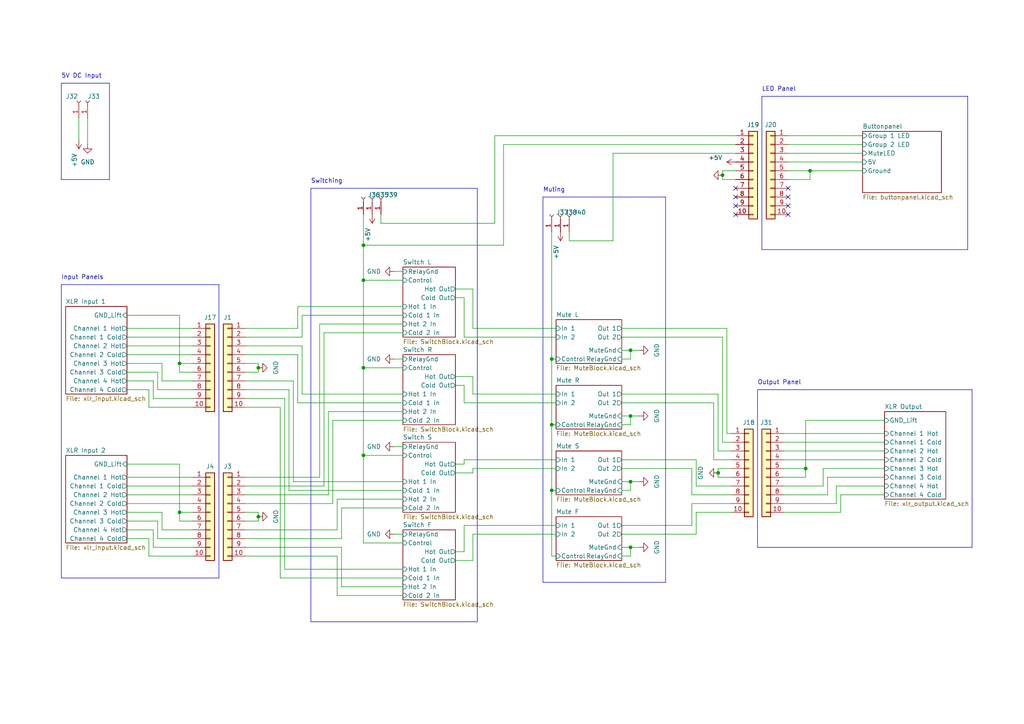
<source format=kicad_sch>
(kicad_sch (version 20230121) (generator eeschema)
  (paper "A4")
  (title_block (title "Essigfabrik 2-Way PA Switcher") (date "2023-11-21") (rev "1") (company "Daniel Machnik Sounddesign und Tontechnik"))
  (lib_symbols
    (symbol "Connector:Conn_01x01_Socket" (pin_names (offset 1.016) hide)
      (property "Reference" "J" (at 0 2.54 0))
      (property "Value" "Conn_01x01_Socket" (at 0 -2.54 0))
      (symbol "Conn_01x01_Socket_1_1"
        (polyline (pts (xy -1.27 0) (xy -0.508 0)) (stroke (width 0.1524)))
        (arc (start 0 0.508) (mid -0.5058 0) (end 0 -0.508) (stroke (width 0.1524)))
        (pin passive line (at -5.08 0 0) (length 3.81) (name "Pin_1") (number "1"))
      )
    )
    (symbol "Connector_Generic:Conn_01x10" (pin_names (offset 1.016) hide)
      (property "Reference" "J" (at 0 12.7 0))
      (property "Value" "Conn_01x10" (at 0 -15.24 0))
      (symbol "Conn_01x10_1_1"
        (rectangle (start -1.27 -12.573) (end 0 -12.827) (stroke (width 0.1524)))
        (rectangle (start -1.27 -10.033) (end 0 -10.287) (stroke (width 0.1524)))
        (rectangle (start -1.27 -7.493) (end 0 -7.747) (stroke (width 0.1524)))
        (rectangle (start -1.27 -4.953) (end 0 -5.207) (stroke (width 0.1524)))
        (rectangle (start -1.27 -2.413) (end 0 -2.667) (stroke (width 0.1524)))
        (rectangle (start -1.27 0.127) (end 0 -0.127) (stroke (width 0.1524)))
        (rectangle (start -1.27 2.667) (end 0 2.413) (stroke (width 0.1524)))
        (rectangle (start -1.27 5.207) (end 0 4.953) (stroke (width 0.1524)))
        (rectangle (start -1.27 7.747) (end 0 7.493) (stroke (width 0.1524)))
        (rectangle (start -1.27 10.287) (end 0 10.033) (stroke (width 0.1524)))
        (rectangle (start -1.27 11.43) (end 1.27 -13.97) (stroke (width 0.254)) (fill (type background)))
        (pin passive line (at -5.08 10.16 0) (length 3.81) (name "Pin_1") (number "1"))
        (pin passive line (at -5.08 -12.7 0) (length 3.81) (name "Pin_10") (number "10"))
        (pin passive line (at -5.08 7.62 0) (length 3.81) (name "Pin_2") (number "2"))
        (pin passive line (at -5.08 5.08 0) (length 3.81) (name "Pin_3") (number "3"))
        (pin passive line (at -5.08 2.54 0) (length 3.81) (name "Pin_4") (number "4"))
        (pin passive line (at -5.08 0 0) (length 3.81) (name "Pin_5") (number "5"))
        (pin passive line (at -5.08 -2.54 0) (length 3.81) (name "Pin_6") (number "6"))
        (pin passive line (at -5.08 -5.08 0) (length 3.81) (name "Pin_7") (number "7"))
        (pin passive line (at -5.08 -7.62 0) (length 3.81) (name "Pin_8") (number "8"))
        (pin passive line (at -5.08 -10.16 0) (length 3.81) (name "Pin_9") (number "9"))
      )
    )
    (symbol "power:+5V" (power) (pin_names (offset 0))
      (property "Value" "+5V" (at 0 3.556 0))
      (symbol "+5V_0_1"
        (polyline (pts (xy -0.762 1.27) (xy 0 2.54)))
        (polyline (pts (xy 0 0) (xy 0 2.54)))
        (polyline (pts (xy 0 2.54) (xy 0.762 1.27)))
      )
      (symbol "+5V_1_1"
        (pin power_in line (at 0 0 90) (length 0) hide (name "+5V") (number "1"))
      )
    )
    (symbol "power:GND" (power) (pin_names (offset 0))
      (property "Value" "GND" (at 0 -3.81 0))
      (symbol "GND_0_1"
        (polyline (pts (xy 0 0) (xy 0 -1.27) (xy 1.27 -1.27) (xy 0 -2.54) (xy -1.27 -1.27) (xy 0 -1.27)))
      )
      (symbol "GND_1_1"
        (pin power_in line (at 0 0 270) (length 0) hide (name "GND") (number "1"))
      )
    )
  )
  (junction (at 209.55 50.8))
  (junction (at 182.88 101.6))
  (junction (at 105.41 81.28))
  (junction (at 105.41 132.08))
  (junction (at 74.93 106.68))
  (junction (at 234.95 49.53))
  (junction (at 105.41 106.68))
  (junction (at 182.88 158.75))
  (junction (at 160.02 123.19))
  (junction (at 160.02 142.24))
  (junction (at 52.07 105.41))
  (junction (at 182.88 139.7))
  (junction (at 233.68 135.89))
  (junction (at 52.07 148.59))
  (junction (at 74.93 149.86))
  (junction (at 160.02 104.14))
  (junction (at 208.28 137.16))
  (junction (at 105.41 71.12))
  (junction (at 182.88 120.65))
  (no_connect (at 228.6 54.61))
  (no_connect (at 213.36 57.15))
  (no_connect (at 228.6 62.23))
  (no_connect (at 228.6 57.15))
  (no_connect (at 228.6 59.69))
  (no_connect (at 213.36 54.61))
  (no_connect (at 213.36 59.69))
  (no_connect (at 213.36 62.23))
  (wire (pts (xy 81.28 118.11) (xy 81.28 167.64)))
  (wire (pts (xy 208.28 137.16) (xy 208.28 135.89)))
  (wire (pts (xy 36.83 100.33) (xy 55.88 100.33)))
  (wire (pts (xy 233.68 121.92) (xy 256.54 121.92)))
  (wire (pts (xy 22.86 40.64) (xy 22.86 34.29)))
  (wire (pts (xy 160.02 142.24) (xy 161.29 142.24)))
  (wire (pts (xy 82.55 165.1) (xy 82.55 115.57)))
  (wire (pts (xy 228.6 46.99) (xy 250.19 46.99)))
  (wire (pts (xy 87.63 91.44) (xy 116.84 91.44)))
  (wire (pts (xy 44.45 153.67) (xy 44.45 158.75)))
  (wire (pts (xy 227.33 133.35) (xy 256.54 133.35)))
  (polyline (pts (xy 157.48 57.15) (xy 157.48 168.91)))
  (wire (pts (xy 180.34 120.65) (xy 182.88 120.65)))
  (polyline (pts (xy 31.75 52.07) (xy 17.78 52.07)))
  (wire (pts (xy 87.63 97.79) (xy 87.63 91.44)))
  (wire (pts (xy 71.12 100.33) (xy 87.63 100.33)))
  (wire (pts (xy 227.33 130.81) (xy 256.54 130.81)))
  (wire (pts (xy 99.06 147.32) (xy 116.84 147.32)))
  (wire (pts (xy 160.02 142.24) (xy 160.02 161.29)))
  (wire (pts (xy 180.34 154.94) (xy 201.93 154.94)))
  (polyline (pts (xy 157.48 57.15) (xy 193.04 57.15)))
  (wire (pts (xy 180.34 142.24) (xy 182.88 142.24)))
  (polyline (pts (xy 138.43 54.61) (xy 138.43 180.34)))
  (wire (pts (xy 132.08 162.56) (xy 137.16 162.56)))
  (wire (pts (xy 105.41 132.08) (xy 105.41 157.48)))
  (wire (pts (xy 209.55 97.79) (xy 209.55 128.27)))
  (wire (pts (xy 46.99 110.49) (xy 55.88 110.49)))
  (wire (pts (xy 233.68 135.89) (xy 233.68 121.92)))
  (wire (pts (xy 160.02 104.14) (xy 161.29 104.14)))
  (wire (pts (xy 210.82 95.25) (xy 210.82 125.73)))
  (wire (pts (xy 105.41 62.23) (xy 105.41 71.12)))
  (wire (pts (xy 74.93 106.68) (xy 74.93 107.95)))
  (polyline (pts (xy 95.25 54.61) (xy 138.43 54.61)))
  (wire (pts (xy 52.07 148.59) (xy 55.88 148.59)))
  (wire (pts (xy 71.12 138.43) (xy 92.71 138.43)))
  (wire (pts (xy 96.52 121.92) (xy 116.84 121.92)))
  (wire (pts (xy 180.34 95.25) (xy 210.82 95.25)))
  (polyline (pts (xy 17.78 82.55) (xy 17.78 167.64)))
  (wire (pts (xy 44.45 110.49) (xy 44.45 115.57)))
  (wire (pts (xy 134.62 152.4) (xy 161.29 152.4)))
  (wire (pts (xy 114.3 104.14) (xy 116.84 104.14)))
  (wire (pts (xy 146.05 71.12) (xy 146.05 41.91)))
  (wire (pts (xy 45.72 107.95) (xy 45.72 113.03)))
  (wire (pts (xy 200.66 135.89) (xy 200.66 143.51)))
  (wire (pts (xy 227.33 138.43) (xy 233.68 138.43)))
  (wire (pts (xy 180.34 123.19) (xy 182.88 123.19)))
  (wire (pts (xy 177.8 44.45) (xy 213.36 44.45)))
  (wire (pts (xy 134.62 97.79) (xy 161.29 97.79)))
  (wire (pts (xy 210.82 125.73) (xy 212.09 125.73)))
  (wire (pts (xy 227.33 140.97) (xy 238.76 140.97)))
  (wire (pts (xy 250.19 49.53) (xy 234.95 49.53)))
  (wire (pts (xy 243.84 143.51) (xy 256.54 143.51)))
  (wire (pts (xy 228.6 44.45) (xy 250.19 44.45)))
  (wire (pts (xy 44.45 158.75) (xy 55.88 158.75)))
  (wire (pts (xy 209.55 128.27) (xy 212.09 128.27)))
  (wire (pts (xy 240.03 138.43) (xy 256.54 138.43)))
  (wire (pts (xy 143.51 39.37) (xy 213.36 39.37)))
  (wire (pts (xy 207.01 116.84) (xy 207.01 133.35)))
  (wire (pts (xy 110.49 62.23) (xy 110.49 64.77)))
  (wire (pts (xy 242.57 146.05) (xy 242.57 140.97)))
  (wire (pts (xy 227.33 128.27) (xy 256.54 128.27)))
  (wire (pts (xy 71.12 110.49) (xy 85.09 110.49)))
  (wire (pts (xy 86.36 116.84) (xy 116.84 116.84)))
  (wire (pts (xy 74.93 148.59) (xy 74.93 149.86)))
  (wire (pts (xy 45.72 113.03) (xy 55.88 113.03)))
  (polyline (pts (xy 17.78 82.55) (xy 63.5 82.55)))
  (wire (pts (xy 212.09 138.43) (xy 208.28 138.43)))
  (wire (pts (xy 201.93 133.35) (xy 201.93 140.97)))
  (wire (pts (xy 71.12 97.79) (xy 87.63 97.79)))
  (wire (pts (xy 227.33 143.51) (xy 240.03 143.51)))
  (wire (pts (xy 116.84 165.1) (xy 82.55 165.1)))
  (wire (pts (xy 182.88 142.24) (xy 182.88 139.7)))
  (wire (pts (xy 200.66 152.4) (xy 200.66 146.05)))
  (wire (pts (xy 71.12 153.67) (xy 97.79 153.67)))
  (wire (pts (xy 74.93 149.86) (xy 74.93 151.13)))
  (wire (pts (xy 207.01 133.35) (xy 212.09 133.35)))
  (wire (pts (xy 116.84 157.48) (xy 105.41 157.48)))
  (wire (pts (xy 105.41 81.28) (xy 116.84 81.28)))
  (wire (pts (xy 43.18 113.03) (xy 43.18 118.11)))
  (wire (pts (xy 105.41 106.68) (xy 116.84 106.68)))
  (wire (pts (xy 134.62 111.76) (xy 134.62 116.84)))
  (wire (pts (xy 71.12 95.25) (xy 86.36 95.25)))
  (wire (pts (xy 201.93 148.59) (xy 212.09 148.59)))
  (wire (pts (xy 96.52 146.05) (xy 96.52 121.92)))
  (wire (pts (xy 36.83 105.41) (xy 46.99 105.41)))
  (wire (pts (xy 36.83 140.97) (xy 55.88 140.97)))
  (wire (pts (xy 52.07 105.41) (xy 55.88 105.41)))
  (wire (pts (xy 46.99 105.41) (xy 46.99 110.49)))
  (wire (pts (xy 180.34 135.89) (xy 200.66 135.89)))
  (wire (pts (xy 182.88 120.65) (xy 185.42 120.65)))
  (wire (pts (xy 43.18 118.11) (xy 55.88 118.11)))
  (wire (pts (xy 36.83 107.95) (xy 45.72 107.95)))
  (wire (pts (xy 180.34 116.84) (xy 207.01 116.84)))
  (wire (pts (xy 86.36 95.25) (xy 86.36 88.9)))
  (wire (pts (xy 105.41 132.08) (xy 116.84 132.08)))
  (wire (pts (xy 137.16 154.94) (xy 161.29 154.94)))
  (wire (pts (xy 137.16 109.22) (xy 137.16 114.3)))
  (wire (pts (xy 86.36 88.9) (xy 116.84 88.9)))
  (wire (pts (xy 201.93 154.94) (xy 201.93 148.59)))
  (wire (pts (xy 71.12 102.87) (xy 86.36 102.87)))
  (wire (pts (xy 161.29 161.29) (xy 160.02 161.29)))
  (wire (pts (xy 160.02 123.19) (xy 160.02 142.24)))
  (wire (pts (xy 71.12 113.03) (xy 83.82 113.03)))
  (wire (pts (xy 132.08 86.36) (xy 134.62 86.36)))
  (wire (pts (xy 36.83 146.05) (xy 55.88 146.05)))
  (wire (pts (xy 99.06 170.18) (xy 116.84 170.18)))
  (wire (pts (xy 146.05 41.91) (xy 213.36 41.91)))
  (wire (pts (xy 71.12 148.59) (xy 74.93 148.59)))
  (wire (pts (xy 180.34 104.14) (xy 182.88 104.14)))
  (wire (pts (xy 182.88 161.29) (xy 182.88 158.75)))
  (wire (pts (xy 44.45 115.57) (xy 55.88 115.57)))
  (wire (pts (xy 92.71 93.98) (xy 116.84 93.98)))
  (wire (pts (xy 36.83 97.79) (xy 55.88 97.79)))
  (wire (pts (xy 46.99 153.67) (xy 55.88 153.67)))
  (wire (pts (xy 228.6 41.91) (xy 250.19 41.91)))
  (wire (pts (xy 208.28 130.81) (xy 212.09 130.81)))
  (wire (pts (xy 132.08 134.62) (xy 134.62 134.62)))
  (wire (pts (xy 227.33 148.59) (xy 243.84 148.59)))
  (wire (pts (xy 43.18 161.29) (xy 55.88 161.29)))
  (wire (pts (xy 134.62 116.84) (xy 161.29 116.84)))
  (wire (pts (xy 160.02 123.19) (xy 161.29 123.19)))
  (wire (pts (xy 71.12 158.75) (xy 99.06 158.75)))
  (wire (pts (xy 52.07 134.62) (xy 52.07 148.59)))
  (wire (pts (xy 36.83 148.59) (xy 46.99 148.59)))
  (wire (pts (xy 132.08 137.16) (xy 137.16 137.16)))
  (wire (pts (xy 233.68 138.43) (xy 233.68 135.89)))
  (wire (pts (xy 74.93 105.41) (xy 74.93 106.68)))
  (wire (pts (xy 160.02 67.31) (xy 160.02 104.14)))
  (wire (pts (xy 114.3 78.74) (xy 116.84 78.74)))
  (wire (pts (xy 105.41 81.28) (xy 105.41 106.68)))
  (wire (pts (xy 36.83 95.25) (xy 55.88 95.25)))
  (wire (pts (xy 228.6 49.53) (xy 234.95 49.53)))
  (wire (pts (xy 132.08 160.02) (xy 134.62 160.02)))
  (wire (pts (xy 134.62 133.35) (xy 161.29 133.35)))
  (wire (pts (xy 71.12 140.97) (xy 93.98 140.97)))
  (wire (pts (xy 71.12 161.29) (xy 97.79 161.29)))
  (wire (pts (xy 55.88 151.13) (xy 52.07 151.13)))
  (wire (pts (xy 36.83 156.21) (xy 43.18 156.21)))
  (wire (pts (xy 85.09 139.7) (xy 116.84 139.7)))
  (wire (pts (xy 227.33 135.89) (xy 233.68 135.89)))
  (polyline (pts (xy 220.98 27.94) (xy 220.98 72.39)))
  (polyline (pts (xy 138.43 180.34) (xy 90.17 180.34)))
  (polyline (pts (xy 63.5 82.55) (xy 63.5 167.64)))
  (wire (pts (xy 182.88 123.19) (xy 182.88 120.65)))
  (wire (pts (xy 74.93 151.13) (xy 71.12 151.13)))
  (wire (pts (xy 93.98 140.97) (xy 93.98 96.52)))
  (polyline (pts (xy 193.04 168.91) (xy 193.04 57.15)))
  (wire (pts (xy 71.12 143.51) (xy 95.25 143.51)))
  (polyline (pts (xy 17.78 24.13) (xy 31.75 24.13)))
  (wire (pts (xy 36.83 134.62) (xy 52.07 134.62)))
  (wire (pts (xy 234.95 49.53) (xy 234.95 52.07)))
  (wire (pts (xy 243.84 148.59) (xy 243.84 143.51)))
  (polyline (pts (xy 281.94 158.75) (xy 281.94 113.03)))
  (wire (pts (xy 97.79 153.67) (xy 97.79 144.78)))
  (wire (pts (xy 45.72 156.21) (xy 55.88 156.21)))
  (polyline (pts (xy 17.78 24.13) (xy 17.78 52.07)))
  (wire (pts (xy 45.72 151.13) (xy 45.72 156.21)))
  (wire (pts (xy 234.95 52.07) (xy 228.6 52.07)))
  (polyline (pts (xy 219.71 158.75) (xy 281.94 158.75)))
  (wire (pts (xy 180.34 133.35) (xy 201.93 133.35)))
  (wire (pts (xy 228.6 39.37) (xy 250.19 39.37)))
  (wire (pts (xy 200.66 143.51) (xy 212.09 143.51)))
  (wire (pts (xy 137.16 95.25) (xy 161.29 95.25)))
  (wire (pts (xy 177.8 44.45) (xy 177.8 69.85)))
  (wire (pts (xy 238.76 135.89) (xy 256.54 135.89)))
  (wire (pts (xy 209.55 49.53) (xy 213.36 49.53)))
  (wire (pts (xy 36.83 143.51) (xy 55.88 143.51)))
  (wire (pts (xy 36.83 91.44) (xy 52.07 91.44)))
  (wire (pts (xy 36.83 113.03) (xy 43.18 113.03)))
  (wire (pts (xy 87.63 100.33) (xy 87.63 114.3)))
  (wire (pts (xy 137.16 137.16) (xy 137.16 135.89)))
  (wire (pts (xy 208.28 114.3) (xy 208.28 130.81)))
  (wire (pts (xy 95.25 143.51) (xy 95.25 119.38)))
  (wire (pts (xy 200.66 146.05) (xy 212.09 146.05)))
  (wire (pts (xy 227.33 146.05) (xy 242.57 146.05)))
  (wire (pts (xy 182.88 139.7) (xy 185.42 139.7)))
  (polyline (pts (xy 157.48 168.91) (xy 193.04 168.91)))
  (wire (pts (xy 134.62 160.02) (xy 134.62 152.4)))
  (wire (pts (xy 132.08 111.76) (xy 134.62 111.76)))
  (wire (pts (xy 85.09 110.49) (xy 85.09 139.7)))
  (wire (pts (xy 180.34 158.75) (xy 182.88 158.75)))
  (wire (pts (xy 82.55 115.57) (xy 71.12 115.57)))
  (wire (pts (xy 46.99 148.59) (xy 46.99 153.67)))
  (wire (pts (xy 71.12 146.05) (xy 96.52 146.05)))
  (wire (pts (xy 110.49 64.77) (xy 143.51 64.77)))
  (wire (pts (xy 81.28 167.64) (xy 116.84 167.64)))
  (wire (pts (xy 227.33 125.73) (xy 256.54 125.73)))
  (wire (pts (xy 180.34 161.29) (xy 182.88 161.29)))
  (wire (pts (xy 213.36 52.07) (xy 209.55 52.07)))
  (wire (pts (xy 97.79 172.72) (xy 116.84 172.72)))
  (wire (pts (xy 71.12 118.11) (xy 81.28 118.11)))
  (wire (pts (xy 180.34 152.4) (xy 200.66 152.4)))
  (wire (pts (xy 209.55 50.8) (xy 209.55 49.53)))
  (wire (pts (xy 92.71 138.43) (xy 92.71 93.98)))
  (wire (pts (xy 240.03 143.51) (xy 240.03 138.43)))
  (wire (pts (xy 209.55 52.07) (xy 209.55 50.8)))
  (polyline (pts (xy 31.75 24.13) (xy 31.75 52.07)))
  (wire (pts (xy 86.36 102.87) (xy 86.36 116.84)))
  (polyline (pts (xy 220.98 27.94) (xy 280.67 27.94)))
  (wire (pts (xy 36.83 153.67) (xy 44.45 153.67)))
  (polyline (pts (xy 90.17 54.61) (xy 95.25 54.61)))
  (wire (pts (xy 97.79 161.29) (xy 97.79 172.72)))
  (wire (pts (xy 238.76 140.97) (xy 238.76 135.89)))
  (wire (pts (xy 165.1 67.31) (xy 165.1 69.85)))
  (wire (pts (xy 134.62 86.36) (xy 134.62 97.79)))
  (wire (pts (xy 143.51 64.77) (xy 143.51 39.37)))
  (wire (pts (xy 83.82 113.03) (xy 83.82 142.24)))
  (wire (pts (xy 180.34 101.6) (xy 182.88 101.6)))
  (polyline (pts (xy 219.71 113.03) (xy 281.94 113.03)))
  (wire (pts (xy 71.12 156.21) (xy 99.06 156.21)))
  (wire (pts (xy 71.12 105.41) (xy 74.93 105.41)))
  (wire (pts (xy 36.83 110.49) (xy 44.45 110.49)))
  (polyline (pts (xy 63.5 167.64) (xy 17.78 167.64)))
  (wire (pts (xy 137.16 135.89) (xy 161.29 135.89)))
  (wire (pts (xy 201.93 140.97) (xy 212.09 140.97)))
  (wire (pts (xy 95.25 119.38) (xy 116.84 119.38)))
  (wire (pts (xy 52.07 151.13) (xy 52.07 148.59)))
  (wire (pts (xy 43.18 156.21) (xy 43.18 161.29)))
  (wire (pts (xy 99.06 156.21) (xy 99.06 147.32)))
  (wire (pts (xy 132.08 109.22) (xy 137.16 109.22)))
  (wire (pts (xy 52.07 91.44) (xy 52.07 105.41)))
  (wire (pts (xy 52.07 107.95) (xy 52.07 105.41)))
  (polyline (pts (xy 90.17 180.34) (xy 90.17 54.61)))
  (wire (pts (xy 165.1 69.85) (xy 177.8 69.85)))
  (wire (pts (xy 105.41 71.12) (xy 146.05 71.12)))
  (wire (pts (xy 99.06 158.75) (xy 99.06 170.18)))
  (wire (pts (xy 134.62 134.62) (xy 134.62 133.35)))
  (wire (pts (xy 180.34 97.79) (xy 209.55 97.79)))
  (wire (pts (xy 114.3 154.94) (xy 116.84 154.94)))
  (wire (pts (xy 208.28 138.43) (xy 208.28 137.16)))
  (wire (pts (xy 137.16 83.82) (xy 137.16 95.25)))
  (polyline (pts (xy 219.71 113.03) (xy 219.71 158.75)))
  (wire (pts (xy 36.83 151.13) (xy 45.72 151.13)))
  (wire (pts (xy 182.88 104.14) (xy 182.88 101.6)))
  (wire (pts (xy 208.28 135.89) (xy 212.09 135.89)))
  (wire (pts (xy 182.88 101.6) (xy 185.42 101.6)))
  (wire (pts (xy 87.63 114.3) (xy 116.84 114.3)))
  (wire (pts (xy 105.41 106.68) (xy 105.41 132.08)))
  (wire (pts (xy 25.4 34.29) (xy 25.4 41.91)))
  (wire (pts (xy 93.98 96.52) (xy 116.84 96.52)))
  (wire (pts (xy 137.16 162.56) (xy 137.16 154.94)))
  (polyline (pts (xy 280.67 72.39) (xy 280.67 27.94)))
  (wire (pts (xy 97.79 144.78) (xy 116.84 144.78)))
  (wire (pts (xy 74.93 107.95) (xy 71.12 107.95)))
  (wire (pts (xy 180.34 139.7) (xy 182.88 139.7)))
  (wire (pts (xy 182.88 158.75) (xy 185.42 158.75)))
  (wire (pts (xy 36.83 102.87) (xy 55.88 102.87)))
  (polyline (pts (xy 220.98 72.39) (xy 280.67 72.39)))
  (wire (pts (xy 105.41 71.12) (xy 105.41 81.28)))
  (wire (pts (xy 55.88 107.95) (xy 52.07 107.95)))
  (wire (pts (xy 83.82 142.24) (xy 116.84 142.24)))
  (wire (pts (xy 180.34 114.3) (xy 208.28 114.3)))
  (wire (pts (xy 137.16 114.3) (xy 161.29 114.3)))
  (wire (pts (xy 132.08 83.82) (xy 137.16 83.82)))
  (wire (pts (xy 242.57 140.97) (xy 256.54 140.97)))
  (wire (pts (xy 114.3 129.54) (xy 116.84 129.54)))
  (wire (pts (xy 160.02 104.14) (xy 160.02 123.19)))
  (wire (pts (xy 36.83 138.43) (xy 55.88 138.43)))
  (text "LED Panel" (at 220.98 26.67 0) (effects (font (size 1.27 1.27)) (justify left bottom)))
  (text "Output Panel" (at 219.71 111.76 0) (effects (font (size 1.27 1.27)) (justify left bottom)))
  (text "Input Panels" (at 17.78 81.28 0) (effects (font (size 1.27 1.27)) (justify left bottom)))
  (text "Switching" (at 90.17 53.34 0) (effects (font (size 1.27 1.27)) (justify left bottom)))
  (text "Muting" (at 157.48 55.88 0) (effects (font (size 1.27 1.27)) (justify left bottom)))
  (text "5V DC Input" (at 17.78 22.86 0) (effects (font (size 1.27 1.27)) (justify left bottom)))
  (symbol (lib_id "power:GND") (at 185.42 101.6 90) (unit 1)
    (property "Reference" "#PWR012" (effects hide))
    (property "Value" "GND" (at 190.5 101.6 0))
  )
  (symbol (lib_id "Connector_Generic:Conn_01x10") (at 66.04 105.41 0) (mirror y) (unit 1)
    (property "Reference" "J1" (at 66.04 92.075 0))
    (property "Value" "Conn_02x05_Counter_Clockwise" (effects hide))
    (property "Footprint" "Connector_PinSocket_2.54mm:PinSocket_2x05_P2.54mm_Vertical" (effects hide))
  )
  (symbol (lib_id "Connector_Generic:Conn_01x10") (at 60.96 105.41 0) (unit 1)
    (property "Reference" "J17" (at 60.96 92.075 0))
    (property "Value" "Conn_02x05_Counter_Clockwise" (effects hide))
    (property "Footprint" "Connector_PinSocket_2.54mm:PinSocket_2x05_P2.54mm_Vertical" (effects hide))
  )
  (symbol (lib_id "power:GND") (at 114.3 78.74 270) (unit 1)
    (property "Reference" "#PWR01" (effects hide))
    (property "Value" "GND" (at 110.49 78.74 90) (effects (justify right)))
  )
  (symbol (lib_id "Connector:Conn_01x01_Socket") (at 162.56 62.23 90) (unit 1)
    (property "Reference" "J38" (at 163.83 61.595 90) (effects (justify right)))
    (property "Value" "Conn_01x01_Socket" (effects hide))
    (property "Footprint" "Connector_Wire:SolderWire-0.75sqmm_1x01_D1.25mm_OD2.3mm" (effects hide))
  )
  (symbol (lib_id "Connector_Generic:Conn_01x10") (at 223.52 49.53 0) (mirror y) (unit 1)
    (property "Reference" "J20" (at 223.52 36.195 0))
    (property "Value" "Conn_02x05_Counter_Clockwise" (effects hide))
    (property "Footprint" "Connector_PinSocket_2.54mm:PinSocket_2x05_P2.54mm_Vertical" (effects hide))
  )
  (symbol (lib_id "power:GND") (at 114.3 104.14 270) (unit 1)
    (property "Reference" "#PWR02" (effects hide))
    (property "Value" "GND" (at 110.49 104.14 90) (effects (justify right)))
  )
  (symbol (lib_id "Connector_Generic:Conn_01x10") (at 217.17 135.89 0) (unit 1)
    (property "Reference" "J18" (at 217.17 122.555 0))
    (property "Value" "Conn_02x05_Counter_Clockwise" (effects hide))
    (property "Footprint" "Connector_PinSocket_2.54mm:PinSocket_2x05_P2.54mm_Vertical" (effects hide))
  )
  (symbol (lib_id "Connector:Conn_01x01_Socket") (at 25.4 29.21 90) (unit 1)
    (property "Reference" "J33" (at 25.4 27.94 90) (effects (justify right)))
    (property "Value" "Conn_01x01_Socket" (effects hide))
    (property "Footprint" "Connector_Wire:SolderWire-0.75sqmm_1x01_D1.25mm_OD2.3mm" (effects hide))
  )
  (symbol (lib_id "power:GND") (at 208.28 137.16 270) (unit 1)
    (property "Reference" "#PWR031" (effects hide))
    (property "Value" "GND" (at 203.2 137.16 0))
  )
  (symbol (lib_id "Connector:Conn_01x01_Socket") (at 105.41 57.15 90) (unit 1)
    (property "Reference" "J36" (at 106.68 56.515 90) (effects (justify right)))
    (property "Value" "Conn_01x01_Socket" (effects hide))
    (property "Footprint" "Connector_Wire:SolderWire-0.75sqmm_1x01_D1.25mm_OD2.3mm" (effects hide))
  )
  (symbol (lib_id "power:GND") (at 114.3 154.94 270) (unit 1)
    (property "Reference" "#PWR04" (effects hide))
    (property "Value" "GND" (at 110.49 154.94 90) (effects (justify right)))
  )
  (symbol (lib_id "power:GND") (at 74.93 149.86 90) (unit 1)
    (property "Reference" "#PWR026" (effects hide))
    (property "Value" "GND" (at 80.01 149.86 0))
  )
  (symbol (lib_id "power:GND") (at 185.42 120.65 90) (unit 1)
    (property "Reference" "#PWR013" (effects hide))
    (property "Value" "GND" (at 190.5 120.65 0))
  )
  (symbol (lib_id "Connector_Generic:Conn_01x10") (at 66.04 148.59 0) (mirror y) (unit 1)
    (property "Reference" "J3" (at 66.04 135.255 0))
    (property "Value" "Conn_02x05_Counter_Clockwise" (effects hide))
    (property "Footprint" "Connector_PinSocket_2.54mm:PinSocket_2x05_P2.54mm_Vertical" (effects hide))
  )
  (symbol (lib_id "power:GND") (at 185.42 158.75 90) (unit 1)
    (property "Reference" "#PWR015" (effects hide))
    (property "Value" "GND" (at 190.5 158.75 0))
  )
  (symbol (lib_id "Connector:Conn_01x01_Socket") (at 165.1 62.23 90) (unit 1)
    (property "Reference" "J40" (at 166.37 61.595 90) (effects (justify right)))
    (property "Value" "Conn_01x01_Socket" (effects hide))
    (property "Footprint" "Connector_Wire:SolderWire-0.75sqmm_1x01_D1.25mm_OD2.3mm" (effects hide))
  )
  (symbol (lib_id "power:GND") (at 74.93 106.68 90) (unit 1)
    (property "Reference" "#PWR025" (effects hide))
    (property "Value" "GND" (at 80.01 106.68 0))
  )
  (symbol (lib_id "power:GND") (at 185.42 139.7 90) (unit 1)
    (property "Reference" "#PWR014" (effects hide))
    (property "Value" "GND" (at 190.5 139.7 0))
  )
  (symbol (lib_id "power:+5V") (at 162.56 67.31 180) (unit 1)
    (property "Reference" "#PWR06" (effects hide))
    (property "Value" "+5V" (at 161.29 71.12 90) (effects (justify left)))
  )
  (symbol (lib_id "Connector:Conn_01x01_Socket") (at 160.02 62.23 90) (unit 1)
    (property "Reference" "J37" (at 161.29 61.595 90) (effects (justify right)))
    (property "Value" "Conn_01x01_Socket" (effects hide))
    (property "Footprint" "Connector_Wire:SolderWire-0.75sqmm_1x01_D1.25mm_OD2.3mm" (effects hide))
  )
  (symbol (lib_id "power:GND") (at 25.4 41.91 0) (unit 1)
    (property "Reference" "#PWR032" (effects hide))
    (property "Value" "GND" (at 25.4 46.99 0))
  )
  (symbol (lib_id "power:+5V") (at 107.95 62.23 180) (unit 1)
    (property "Reference" "#PWR05" (effects hide))
    (property "Value" "+5V" (at 106.68 66.04 90) (effects (justify left)))
  )
  (symbol (lib_id "power:GND") (at 209.55 50.8 270) (unit 1)
    (property "Reference" "#PWR027" (effects hide))
    (property "Value" "GND" (effects hide))
  )
  (symbol (lib_id "Connector_Generic:Conn_01x10") (at 218.44 49.53 0) (unit 1)
    (property "Reference" "J19" (at 218.44 36.195 0))
    (property "Value" "Conn_02x05_Counter_Clockwise" (effects hide))
    (property "Footprint" "Connector_PinSocket_2.54mm:PinSocket_2x05_P2.54mm_Vertical" (effects hide))
  )
  (symbol (lib_id "Connector:Conn_01x01_Socket") (at 110.49 57.15 90) (unit 1)
    (property "Reference" "J39" (at 111.76 56.515 90) (effects (justify right)))
    (property "Value" "Conn_01x01_Socket" (effects hide))
    (property "Footprint" "Connector_Wire:SolderWire-0.75sqmm_1x01_D1.25mm_OD2.3mm" (effects hide))
  )
  (symbol (lib_id "power:+5V") (at 22.86 40.64 180) (unit 1)
    (property "Reference" "#PWR028" (effects hide))
    (property "Value" "+5V" (at 21.59 44.45 90) (effects (justify left)))
  )
  (symbol (lib_id "power:+5V") (at 213.36 46.99 90) (unit 1)
    (property "Reference" "#PWR07" (effects hide))
    (property "Value" "+5V" (at 209.55 45.72 90) (effects (justify left)))
  )
  (symbol (lib_id "Connector:Conn_01x01_Socket") (at 107.95 57.15 90) (unit 1)
    (property "Reference" "J35" (at 109.22 56.515 90) (effects (justify right)))
    (property "Value" "Conn_01x01_Socket" (effects hide))
    (property "Footprint" "Connector_Wire:SolderWire-0.75sqmm_1x01_D1.25mm_OD2.3mm" (effects hide))
  )
  (symbol (lib_id "Connector_Generic:Conn_01x10") (at 222.25 135.89 0) (mirror y) (unit 1)
    (property "Reference" "J31" (at 222.25 122.555 0))
    (property "Value" "Conn_02x05_Counter_Clockwise" (effects hide))
    (property "Footprint" "Connector_PinSocket_2.54mm:PinSocket_2x05_P2.54mm_Vertical" (effects hide))
  )
  (symbol (lib_id "Connector_Generic:Conn_01x10") (at 60.96 148.59 0) (unit 1)
    (property "Reference" "J4" (at 60.96 135.255 0))
    (property "Value" "Conn_02x05_Counter_Clockwise" (effects hide))
    (property "Footprint" "Connector_PinSocket_2.54mm:PinSocket_2x05_P2.54mm_Vertical" (effects hide))
  )
  (symbol (lib_id "Connector:Conn_01x01_Socket") (at 22.86 29.21 90) (unit 1)
    (property "Reference" "J32" (at 19.05 27.94 90) (effects (justify right)))
    (property "Value" "Conn_01x01_Socket" (effects hide))
    (property "Footprint" "Connector_Wire:SolderWire-0.75sqmm_1x01_D1.25mm_OD2.3mm" (effects hide))
  )
  (symbol (lib_id "power:GND") (at 114.3 129.54 270) (unit 1)
    (property "Reference" "#PWR03" (effects hide))
    (property "Value" "GND" (at 110.49 129.54 90) (effects (justify right)))
  )
  (sheet (at 116.84 77.47) (size 15.24 20.32) (stroke (width 0.1524))
    (property "Sheetname" "Switch L" (at 116.84 76.7584 0) (effects (justify left bottom)))
    (property "Sheetfile" "SwitchBlock.kicad_sch" (at 116.84 98.3746 0) (effects (justify left top)))
    (pin "Hot 1 In" input (at 116.84 88.9 180))
    (pin "Cold 2 In" input (at 116.84 96.52 180))
    (pin "Hot 2 In" input (at 116.84 93.98 180))
    (pin "Cold 1 In" input (at 116.84 91.44 180))
    (pin "Cold Out" output (at 132.08 86.36 0))
    (pin "Hot Out" output (at 132.08 83.82 0))
    (pin "Control" input (at 116.84 81.28 180))
    (pin "RelayGnd" input (at 116.84 78.74 180))
  )
  (sheet (at 161.29 111.76) (size 19.05 12.7) (stroke (width 0.1524))
    (property "Sheetname" "Mute R" (at 161.29 111.0484 0) (effects (justify left bottom)))
    (property "Sheetfile" "MuteBlock.kicad_sch" (at 161.29 125.0446 0) (effects (justify left top)))
    (pin "Out 1" output (at 180.34 114.3 0))
    (pin "Out 2" output (at 180.34 116.84 0))
    (pin "In 1" input (at 161.29 114.3 180))
    (pin "In 2" input (at 161.29 116.84 180))
    (pin "Control" input (at 161.29 123.19 180))
    (pin "MuteGnd" input (at 180.34 120.65 0))
    (pin "RelayGnd" input (at 180.34 123.19 0))
  )
  (sheet (at 19.05 132.08) (size 17.78 25.4) (stroke (width 0.1524))
    (property "Sheetname" "XLR Input 2" (at 19.05 131.3684 0) (effects (justify left bottom)))
    (property "Sheetfile" "xlr_input.kicad_sch" (at 19.05 158.0646 0) (effects (justify left top)))
    (pin "Channel 1 Cold" output (at 36.83 140.97 0))
    (pin "Channel 1 Hot" output (at 36.83 138.43 0))
    (pin "Channel 2 Hot" output (at 36.83 143.51 0))
    (pin "Channel 2 Cold" output (at 36.83 146.05 0))
    (pin "Channel 3 Cold" output (at 36.83 151.13 0))
    (pin "Channel 4 Hot" output (at 36.83 153.67 0))
    (pin "Channel 4 Cold" output (at 36.83 156.21 0))
    (pin "Channel 3 Hot" output (at 36.83 148.59 0))
    (pin "GND_Lift" input (at 36.83 134.62 0))
  )
  (sheet (at 116.84 102.87) (size 15.24 20.32) (stroke (width 0.1524))
    (property "Sheetname" "Switch R" (at 116.84 102.1584 0) (effects (justify left bottom)))
    (property "Sheetfile" "SwitchBlock.kicad_sch" (at 116.84 123.7746 0) (effects (justify left top)))
    (pin "Hot 1 In" input (at 116.84 114.3 180))
    (pin "Cold 2 In" input (at 116.84 121.92 180))
    (pin "Hot 2 In" input (at 116.84 119.38 180))
    (pin "Cold 1 In" input (at 116.84 116.84 180))
    (pin "Cold Out" output (at 132.08 111.76 0))
    (pin "Hot Out" output (at 132.08 109.22 0))
    (pin "Control" input (at 116.84 106.68 180))
    (pin "RelayGnd" input (at 116.84 104.14 180))
  )
  (sheet (at 161.29 130.81) (size 19.05 12.7) (stroke (width 0.1524))
    (property "Sheetname" "Mute S" (at 161.29 130.0984 0) (effects (justify left bottom)))
    (property "Sheetfile" "MuteBlock.kicad_sch" (at 161.29 144.0946 0) (effects (justify left top)))
    (pin "Out 1" output (at 180.34 133.35 0))
    (pin "Out 2" output (at 180.34 135.89 0))
    (pin "In 1" input (at 161.29 133.35 180))
    (pin "In 2" input (at 161.29 135.89 180))
    (pin "Control" input (at 161.29 142.24 180))
    (pin "MuteGnd" input (at 180.34 139.7 0))
    (pin "RelayGnd" input (at 180.34 142.24 0))
  )
  (sheet (at 161.29 92.71) (size 19.05 12.7) (stroke (width 0.1524))
    (property "Sheetname" "Mute L" (at 161.29 91.9984 0) (effects (justify left bottom)))
    (property "Sheetfile" "MuteBlock.kicad_sch" (at 161.29 105.9946 0) (effects (justify left top)))
    (pin "Out 1" output (at 180.34 95.25 0))
    (pin "Out 2" output (at 180.34 97.79 0))
    (pin "In 1" input (at 161.29 95.25 180))
    (pin "In 2" input (at 161.29 97.79 180))
    (pin "Control" input (at 161.29 104.14 180))
    (pin "MuteGnd" input (at 180.34 101.6 0))
    (pin "RelayGnd" input (at 180.34 104.14 0))
  )
  (sheet (at 19.05 88.9) (size 17.78 25.4) (stroke (width 0.1524))
    (property "Sheetname" "XLR Input 1" (at 19.05 88.1884 0) (effects (justify left bottom)))
    (property "Sheetfile" "xlr_input.kicad_sch" (at 19.05 114.8846 0) (effects (justify left top)))
    (pin "Channel 1 Cold" output (at 36.83 97.79 0))
    (pin "Channel 1 Hot" output (at 36.83 95.25 0))
    (pin "Channel 2 Hot" output (at 36.83 100.33 0))
    (pin "Channel 2 Cold" output (at 36.83 102.87 0))
    (pin "Channel 3 Cold" output (at 36.83 107.95 0))
    (pin "Channel 4 Hot" output (at 36.83 110.49 0))
    (pin "Channel 4 Cold" output (at 36.83 113.03 0))
    (pin "Channel 3 Hot" output (at 36.83 105.41 0))
    (pin "GND_Lift" input (at 36.83 91.44 0))
  )
  (sheet (at 116.84 128.27) (size 15.24 20.32) (stroke (width 0.1524))
    (property "Sheetname" "Switch S" (at 116.84 127.5584 0) (effects (justify left bottom)))
    (property "Sheetfile" "SwitchBlock.kicad_sch" (at 116.84 149.1746 0) (effects (justify left top)))
    (pin "Hot 1 In" input (at 116.84 139.7 180))
    (pin "Cold 2 In" input (at 116.84 147.32 180))
    (pin "Hot 2 In" input (at 116.84 144.78 180))
    (pin "Cold 1 In" input (at 116.84 142.24 180))
    (pin "Cold Out" output (at 132.08 137.16 0))
    (pin "Hot Out" output (at 132.08 134.62 0))
    (pin "Control" input (at 116.84 132.08 180))
    (pin "RelayGnd" input (at 116.84 129.54 180))
  )
  (sheet (at 116.84 153.67) (size 15.24 20.32) (stroke (width 0.1524))
    (property "Sheetname" "Switch F" (at 116.84 152.9584 0) (effects (justify left bottom)))
    (property "Sheetfile" "SwitchBlock.kicad_sch" (at 116.84 174.5746 0) (effects (justify left top)))
    (pin "Hot 1 In" input (at 116.84 165.1 180))
    (pin "Cold 2 In" input (at 116.84 172.72 180))
    (pin "Hot 2 In" input (at 116.84 170.18 180))
    (pin "Cold 1 In" input (at 116.84 167.64 180))
    (pin "Cold Out" output (at 132.08 162.56 0))
    (pin "Hot Out" output (at 132.08 160.02 0))
    (pin "Control" input (at 116.84 157.48 180))
    (pin "RelayGnd" input (at 116.84 154.94 180))
  )
  (sheet (at 161.29 149.86) (size 19.05 12.7) (stroke (width 0.1524))
    (property "Sheetname" "Mute F" (at 161.29 149.1484 0) (effects (justify left bottom)))
    (property "Sheetfile" "MuteBlock.kicad_sch" (at 161.29 163.1446 0) (effects (justify left top)))
    (pin "Out 1" output (at 180.34 152.4 0))
    (pin "Out 2" output (at 180.34 154.94 0))
    (pin "In 1" input (at 161.29 152.4 180))
    (pin "In 2" input (at 161.29 154.94 180))
    (pin "Control" input (at 161.29 161.29 180))
    (pin "MuteGnd" input (at 180.34 158.75 0))
    (pin "RelayGnd" input (at 180.34 161.29 0))
  )
  (sheet (at 250.19 38.1) (size 22.86 17.78) (stroke (width 0.1524))
    (property "Sheetname" "Buttonpanel" (at 250.19 37.3884 0) (effects (justify left bottom)))
    (property "Sheetfile" "buttonpanel.kicad_sch" (at 250.19 56.4646 0) (effects (justify left top)))
    (pin "MuteLED" input (at 250.19 44.45 180))
    (pin "Group 1 LED" input (at 250.19 39.37 180))
    (pin "Group 2 LED" input (at 250.19 41.91 180))
    (pin "Ground" input (at 250.19 49.53 180))
    (pin "5V" input (at 250.19 46.99 180))
  )
  (sheet (at 256.54 119.38) (size 17.78 25.4) (stroke (width 0.1524))
    (property "Sheetname" "XLR Output" (at 256.54 118.6684 0) (effects (justify left bottom)))
    (property "Sheetfile" "xlr_output.kicad_sch" (at 256.54 145.3646 0) (effects (justify left top)))
    (pin "Channel 2 Hot" input (at 256.54 130.81 180))
    (pin "Channel 2 Cold" input (at 256.54 133.35 180))
    (pin "Channel 3 Cold" input (at 256.54 138.43 180))
    (pin "Channel 4 Hot" input (at 256.54 140.97 180))
    (pin "Channel 3 Hot" input (at 256.54 135.89 180))
    (pin "Channel 4 Cold" input (at 256.54 143.51 180))
    (pin "GND_Lift" input (at 256.54 121.92 180))
    (pin "Channel 1 Hot" input (at 256.54 125.73 180))
    (pin "Channel 1 Cold" input (at 256.54 128.27 180))
  )
)
</source>
